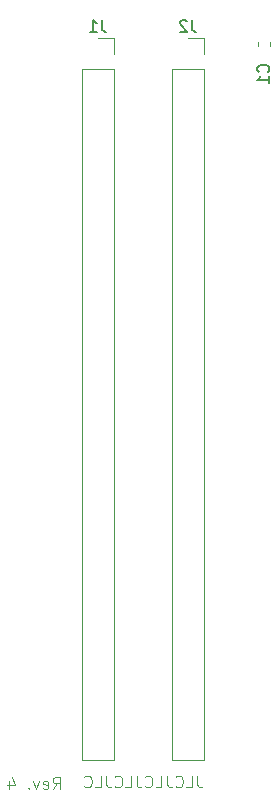
<source format=gbr>
G04 #@! TF.GenerationSoftware,KiCad,Pcbnew,8.0.4+dfsg-1*
G04 #@! TF.CreationDate,2025-03-02T14:27:26+09:00*
G04 #@! TF.ProjectId,bionic-nsc800,62696f6e-6963-42d6-9e73-633830302e6b,4*
G04 #@! TF.SameCoordinates,Original*
G04 #@! TF.FileFunction,Legend,Bot*
G04 #@! TF.FilePolarity,Positive*
%FSLAX46Y46*%
G04 Gerber Fmt 4.6, Leading zero omitted, Abs format (unit mm)*
G04 Created by KiCad (PCBNEW 8.0.4+dfsg-1) date 2025-03-02 14:27:26*
%MOMM*%
%LPD*%
G01*
G04 APERTURE LIST*
%ADD10C,0.125000*%
%ADD11C,0.150000*%
%ADD12C,0.120000*%
G04 APERTURE END LIST*
D10*
X106077240Y-137308119D02*
X106410573Y-136831928D01*
X106648668Y-137308119D02*
X106648668Y-136308119D01*
X106648668Y-136308119D02*
X106267716Y-136308119D01*
X106267716Y-136308119D02*
X106172478Y-136355738D01*
X106172478Y-136355738D02*
X106124859Y-136403357D01*
X106124859Y-136403357D02*
X106077240Y-136498595D01*
X106077240Y-136498595D02*
X106077240Y-136641452D01*
X106077240Y-136641452D02*
X106124859Y-136736690D01*
X106124859Y-136736690D02*
X106172478Y-136784309D01*
X106172478Y-136784309D02*
X106267716Y-136831928D01*
X106267716Y-136831928D02*
X106648668Y-136831928D01*
X105267716Y-137260500D02*
X105362954Y-137308119D01*
X105362954Y-137308119D02*
X105553430Y-137308119D01*
X105553430Y-137308119D02*
X105648668Y-137260500D01*
X105648668Y-137260500D02*
X105696287Y-137165261D01*
X105696287Y-137165261D02*
X105696287Y-136784309D01*
X105696287Y-136784309D02*
X105648668Y-136689071D01*
X105648668Y-136689071D02*
X105553430Y-136641452D01*
X105553430Y-136641452D02*
X105362954Y-136641452D01*
X105362954Y-136641452D02*
X105267716Y-136689071D01*
X105267716Y-136689071D02*
X105220097Y-136784309D01*
X105220097Y-136784309D02*
X105220097Y-136879547D01*
X105220097Y-136879547D02*
X105696287Y-136974785D01*
X104886763Y-136641452D02*
X104648668Y-137308119D01*
X104648668Y-137308119D02*
X104410573Y-136641452D01*
X104029620Y-137212880D02*
X103982001Y-137260500D01*
X103982001Y-137260500D02*
X104029620Y-137308119D01*
X104029620Y-137308119D02*
X104077239Y-137260500D01*
X104077239Y-137260500D02*
X104029620Y-137212880D01*
X104029620Y-137212880D02*
X104029620Y-137308119D01*
X102362954Y-136641452D02*
X102362954Y-137308119D01*
X102601049Y-136260500D02*
X102839144Y-136974785D01*
X102839144Y-136974785D02*
X102220097Y-136974785D01*
X118319048Y-136181119D02*
X118319048Y-136895404D01*
X118319048Y-136895404D02*
X118366667Y-137038261D01*
X118366667Y-137038261D02*
X118461905Y-137133500D01*
X118461905Y-137133500D02*
X118604762Y-137181119D01*
X118604762Y-137181119D02*
X118700000Y-137181119D01*
X117366667Y-137181119D02*
X117842857Y-137181119D01*
X117842857Y-137181119D02*
X117842857Y-136181119D01*
X116461905Y-137085880D02*
X116509524Y-137133500D01*
X116509524Y-137133500D02*
X116652381Y-137181119D01*
X116652381Y-137181119D02*
X116747619Y-137181119D01*
X116747619Y-137181119D02*
X116890476Y-137133500D01*
X116890476Y-137133500D02*
X116985714Y-137038261D01*
X116985714Y-137038261D02*
X117033333Y-136943023D01*
X117033333Y-136943023D02*
X117080952Y-136752547D01*
X117080952Y-136752547D02*
X117080952Y-136609690D01*
X117080952Y-136609690D02*
X117033333Y-136419214D01*
X117033333Y-136419214D02*
X116985714Y-136323976D01*
X116985714Y-136323976D02*
X116890476Y-136228738D01*
X116890476Y-136228738D02*
X116747619Y-136181119D01*
X116747619Y-136181119D02*
X116652381Y-136181119D01*
X116652381Y-136181119D02*
X116509524Y-136228738D01*
X116509524Y-136228738D02*
X116461905Y-136276357D01*
X115747619Y-136181119D02*
X115747619Y-136895404D01*
X115747619Y-136895404D02*
X115795238Y-137038261D01*
X115795238Y-137038261D02*
X115890476Y-137133500D01*
X115890476Y-137133500D02*
X116033333Y-137181119D01*
X116033333Y-137181119D02*
X116128571Y-137181119D01*
X114795238Y-137181119D02*
X115271428Y-137181119D01*
X115271428Y-137181119D02*
X115271428Y-136181119D01*
X113890476Y-137085880D02*
X113938095Y-137133500D01*
X113938095Y-137133500D02*
X114080952Y-137181119D01*
X114080952Y-137181119D02*
X114176190Y-137181119D01*
X114176190Y-137181119D02*
X114319047Y-137133500D01*
X114319047Y-137133500D02*
X114414285Y-137038261D01*
X114414285Y-137038261D02*
X114461904Y-136943023D01*
X114461904Y-136943023D02*
X114509523Y-136752547D01*
X114509523Y-136752547D02*
X114509523Y-136609690D01*
X114509523Y-136609690D02*
X114461904Y-136419214D01*
X114461904Y-136419214D02*
X114414285Y-136323976D01*
X114414285Y-136323976D02*
X114319047Y-136228738D01*
X114319047Y-136228738D02*
X114176190Y-136181119D01*
X114176190Y-136181119D02*
X114080952Y-136181119D01*
X114080952Y-136181119D02*
X113938095Y-136228738D01*
X113938095Y-136228738D02*
X113890476Y-136276357D01*
X113176190Y-136181119D02*
X113176190Y-136895404D01*
X113176190Y-136895404D02*
X113223809Y-137038261D01*
X113223809Y-137038261D02*
X113319047Y-137133500D01*
X113319047Y-137133500D02*
X113461904Y-137181119D01*
X113461904Y-137181119D02*
X113557142Y-137181119D01*
X112223809Y-137181119D02*
X112699999Y-137181119D01*
X112699999Y-137181119D02*
X112699999Y-136181119D01*
X111319047Y-137085880D02*
X111366666Y-137133500D01*
X111366666Y-137133500D02*
X111509523Y-137181119D01*
X111509523Y-137181119D02*
X111604761Y-137181119D01*
X111604761Y-137181119D02*
X111747618Y-137133500D01*
X111747618Y-137133500D02*
X111842856Y-137038261D01*
X111842856Y-137038261D02*
X111890475Y-136943023D01*
X111890475Y-136943023D02*
X111938094Y-136752547D01*
X111938094Y-136752547D02*
X111938094Y-136609690D01*
X111938094Y-136609690D02*
X111890475Y-136419214D01*
X111890475Y-136419214D02*
X111842856Y-136323976D01*
X111842856Y-136323976D02*
X111747618Y-136228738D01*
X111747618Y-136228738D02*
X111604761Y-136181119D01*
X111604761Y-136181119D02*
X111509523Y-136181119D01*
X111509523Y-136181119D02*
X111366666Y-136228738D01*
X111366666Y-136228738D02*
X111319047Y-136276357D01*
X110604761Y-136181119D02*
X110604761Y-136895404D01*
X110604761Y-136895404D02*
X110652380Y-137038261D01*
X110652380Y-137038261D02*
X110747618Y-137133500D01*
X110747618Y-137133500D02*
X110890475Y-137181119D01*
X110890475Y-137181119D02*
X110985713Y-137181119D01*
X109652380Y-137181119D02*
X110128570Y-137181119D01*
X110128570Y-137181119D02*
X110128570Y-136181119D01*
X108747618Y-137085880D02*
X108795237Y-137133500D01*
X108795237Y-137133500D02*
X108938094Y-137181119D01*
X108938094Y-137181119D02*
X109033332Y-137181119D01*
X109033332Y-137181119D02*
X109176189Y-137133500D01*
X109176189Y-137133500D02*
X109271427Y-137038261D01*
X109271427Y-137038261D02*
X109319046Y-136943023D01*
X109319046Y-136943023D02*
X109366665Y-136752547D01*
X109366665Y-136752547D02*
X109366665Y-136609690D01*
X109366665Y-136609690D02*
X109319046Y-136419214D01*
X109319046Y-136419214D02*
X109271427Y-136323976D01*
X109271427Y-136323976D02*
X109176189Y-136228738D01*
X109176189Y-136228738D02*
X109033332Y-136181119D01*
X109033332Y-136181119D02*
X108938094Y-136181119D01*
X108938094Y-136181119D02*
X108795237Y-136228738D01*
X108795237Y-136228738D02*
X108747618Y-136276357D01*
D11*
X117843333Y-72204819D02*
X117843333Y-72919104D01*
X117843333Y-72919104D02*
X117890952Y-73061961D01*
X117890952Y-73061961D02*
X117986190Y-73157200D01*
X117986190Y-73157200D02*
X118129047Y-73204819D01*
X118129047Y-73204819D02*
X118224285Y-73204819D01*
X117414761Y-72300057D02*
X117367142Y-72252438D01*
X117367142Y-72252438D02*
X117271904Y-72204819D01*
X117271904Y-72204819D02*
X117033809Y-72204819D01*
X117033809Y-72204819D02*
X116938571Y-72252438D01*
X116938571Y-72252438D02*
X116890952Y-72300057D01*
X116890952Y-72300057D02*
X116843333Y-72395295D01*
X116843333Y-72395295D02*
X116843333Y-72490533D01*
X116843333Y-72490533D02*
X116890952Y-72633390D01*
X116890952Y-72633390D02*
X117462380Y-73204819D01*
X117462380Y-73204819D02*
X116843333Y-73204819D01*
X110223333Y-72204819D02*
X110223333Y-72919104D01*
X110223333Y-72919104D02*
X110270952Y-73061961D01*
X110270952Y-73061961D02*
X110366190Y-73157200D01*
X110366190Y-73157200D02*
X110509047Y-73204819D01*
X110509047Y-73204819D02*
X110604285Y-73204819D01*
X109223333Y-73204819D02*
X109794761Y-73204819D01*
X109509047Y-73204819D02*
X109509047Y-72204819D01*
X109509047Y-72204819D02*
X109604285Y-72347676D01*
X109604285Y-72347676D02*
X109699523Y-72442914D01*
X109699523Y-72442914D02*
X109794761Y-72490533D01*
X124300380Y-76589733D02*
X124348000Y-76542114D01*
X124348000Y-76542114D02*
X124395619Y-76399257D01*
X124395619Y-76399257D02*
X124395619Y-76304019D01*
X124395619Y-76304019D02*
X124348000Y-76161162D01*
X124348000Y-76161162D02*
X124252761Y-76065924D01*
X124252761Y-76065924D02*
X124157523Y-76018305D01*
X124157523Y-76018305D02*
X123967047Y-75970686D01*
X123967047Y-75970686D02*
X123824190Y-75970686D01*
X123824190Y-75970686D02*
X123633714Y-76018305D01*
X123633714Y-76018305D02*
X123538476Y-76065924D01*
X123538476Y-76065924D02*
X123443238Y-76161162D01*
X123443238Y-76161162D02*
X123395619Y-76304019D01*
X123395619Y-76304019D02*
X123395619Y-76399257D01*
X123395619Y-76399257D02*
X123443238Y-76542114D01*
X123443238Y-76542114D02*
X123490857Y-76589733D01*
X124395619Y-77542114D02*
X124395619Y-76970686D01*
X124395619Y-77256400D02*
X123395619Y-77256400D01*
X123395619Y-77256400D02*
X123538476Y-77161162D01*
X123538476Y-77161162D02*
X123633714Y-77065924D01*
X123633714Y-77065924D02*
X123681333Y-76970686D01*
D12*
X117510000Y-73750000D02*
X118840000Y-73750000D01*
X118840000Y-73750000D02*
X118840000Y-75080000D01*
X118840000Y-134830000D02*
X118840000Y-76350000D01*
X116180000Y-76350000D02*
X118840000Y-76350000D01*
X116180000Y-134830000D02*
X118840000Y-134830000D01*
X116180000Y-134830000D02*
X116180000Y-76350000D01*
X109890000Y-73750000D02*
X111220000Y-73750000D01*
X111220000Y-73750000D02*
X111220000Y-75080000D01*
X111220000Y-134830000D02*
X111220000Y-76350000D01*
X108560000Y-76350000D02*
X111220000Y-76350000D01*
X108560000Y-134830000D02*
X111220000Y-134830000D01*
X108560000Y-134830000D02*
X108560000Y-76350000D01*
X124420800Y-74070133D02*
X124420800Y-74362667D01*
X123400800Y-74070133D02*
X123400800Y-74362667D01*
M02*

</source>
